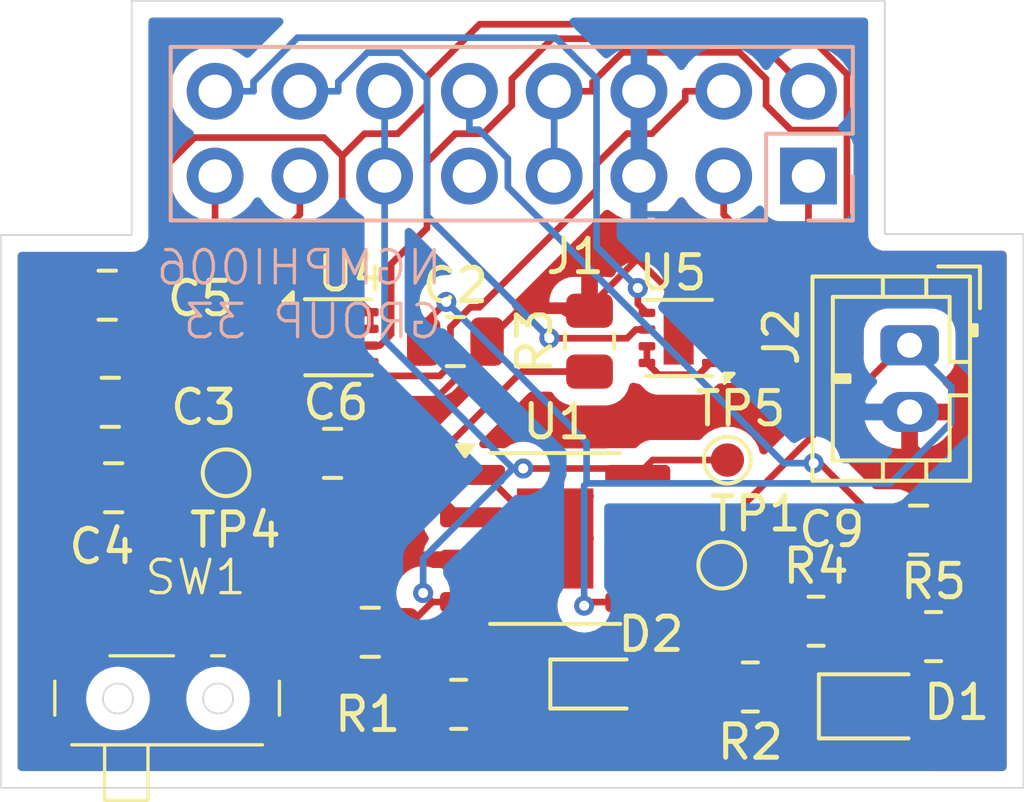
<source format=kicad_pcb>
(kicad_pcb (version 20240108) (generator "pcbnew") (generator_version "8.0")
  (layers (0 "F.Cu" signal) (31 "B.Cu" signal) (34 "B.Paste" user) (35 "F.Paste" user) (36 "B.SilkS" user "B.Silkscreen") (37 "F.SilkS" user "F.Silkscreen") (38 "B.Mask" user) (39 "F.Mask" user) (44 "Edge.Cuts" user))
  (net 0 "")
  (net 1 "+5V")
  (net 2 "B+")
  (net 3 "Net-(D1-K)")
  (net 4 "Net-(D2-K)")
  (net 5 "M2_PWM4")
  (net 6 "M2_PWM3")
  (net 7 "M1_A")
  (net 8 "M2_B")
  (net 9 "M1_PWM2")
  (net 10 "BATT_ADC")
  (net 11 "BATT")
  (net 12 "M2_A")
  (net 13 "M1_B")
  (net 14 "M1_PWM1")
  (net 15 "Net-(U1-~{STDBY})")
  (net 16 "Net-(U1-~{CHRG})")
  (net 17 "Net-(U1-PROG)")
  (net 19 "GND")
  (footprint "TestPoint:TestPoint_Pad_D1.0mm" (layer "F.Cu") (at 195.9 58.41)
    (property "Reference" "TP5" (at 0.38 -1.54 0) (layer "F.SilkS"))
    (property "Value" "+5V")
    (fp_circle (center 0 0) (end 0 0.7) (stroke (width 0.12)) (fill none) (layer "F.SilkS"))
    (pad "1" smd circle (at 0 0) (size 1 1) (layers "F.Cu" "F.Mask") (net 1 "+5V"))
  )
  (footprint "Capacitor_SMD:C_0805_2012Metric" (layer "F.Cu") (at 177.32 53.47)
    (property "Reference" "C5" (at 2.79 0.1 0) (layer "F.SilkS"))
    (property "Value" "100nF" (hide yes))
    (fp_line (start -0.261252 -0.735) (end 0.261252 -0.735) (stroke (width 0.12)) (layer "F.SilkS"))
    (fp_line (start -0.261252 0.735) (end 0.261252 0.735) (stroke (width 0.12)) (layer "F.SilkS"))
    (pad "1" smd roundrect (at -0.95 0) (size 1 1.45) (layers "F.Cu" "F.Paste" "F.Mask") (net 11 "BATT"))
    (pad "2" smd roundrect (at 0.95 0) (size 1 1.45) (layers "F.Cu" "F.Paste" "F.Mask") (net 19 "GND"))
  )
  (footprint "TestPoint:TestPoint_Pad_D1.0mm" (layer "F.Cu") (at 180.88 58.79)
    (property "Reference" "TP4" (at 0.28 1.72 0) (layer "F.SilkS"))
    (property "Value" "BATT")
    (fp_circle (center 0 0) (end 0 0.7) (stroke (width 0.12)) (fill none) (layer "F.SilkS"))
    (pad "1" smd circle (at 0 0) (size 1 1) (layers "F.Cu" "F.Mask") (net 11 "BATT"))
  )
  (footprint "Capacitor_SMD:C_0805_2012Metric" (layer "F.Cu") (at 177.51 59.24)
    (property "Reference" "C4" (at -0.35 1.76 0) (layer "F.SilkS"))
    (property "Value" "100nF")
    (fp_line (start -0.261252 -0.735) (end 0.261252 -0.735) (stroke (width 0.12)) (layer "F.SilkS"))
    (fp_line (start -0.261252 0.735) (end 0.261252 0.735) (stroke (width 0.12)) (layer "F.SilkS"))
    (pad "1" smd roundrect (at -0.95 0) (size 1 1.45) (layers "F.Cu" "F.Paste" "F.Mask") (net 11 "BATT"))
    (pad "2" smd roundrect (at 0.95 0) (size 1 1.45) (layers "F.Cu" "F.Paste" "F.Mask") (net 19 "GND"))
  )
  (footprint "Resistor_SMD:R_0805_2012Metric" (layer "F.Cu") (at 198.5575 63.24)
    (property "Reference" "R4" (at 0 -1.65 0) (layer "F.SilkS"))
    (property "Value" "100k")
    (fp_line (start -0.227064 -0.735) (end 0.227064 -0.735) (stroke (width 0.12)) (layer "F.SilkS"))
    (fp_line (start -0.227064 0.735) (end 0.227064 0.735) (stroke (width 0.12)) (layer "F.SilkS"))
    (pad "1" smd roundrect (at -0.9125 0) (size 1.025 1.4) (layers "F.Cu" "F.Paste" "F.Mask") (roundrect_rratio 0.243902439) (net 2 "B+"))
    (pad "2" smd roundrect (at 0.9125 0) (size 1.025 1.4) (layers "F.Cu" "F.Paste" "F.Mask") (roundrect_rratio 0.243902439) (net 10 "BATT_ADC"))
  )
  (footprint "Package_SON:WSON-8-1EP_2x2mm_P0.5mm_EP0.9x1.6mm" (layer "F.Cu") (at 194.44 54.75 180)
    (property "Reference" "U5" (at 0.17 1.95 180) (layer "F.SilkS"))
    (property "Value" "DRV8837")
    (fp_line (start -1 1.14) (end 1 1.14) (stroke (width 0.12)) (layer "F.SilkS"))
    (fp_line (start -1.01 -1.14) (end 0.99 -1.14) (stroke (width 0.12)) (layer "F.SilkS"))
    (fp_poly (pts (xy -1.37 -1.07) (xy -1.65 -1.07) (xy -1.37 -1.35) (xy -1.37 -1.07)) (stroke (width 0.12)) (fill solid) (layer "F.SilkS"))
    (pad "1" smd roundrect (at -0.95 -0.75 180) (size 0.5 0.25) (layers "F.Cu" "F.Paste" "F.Mask") (net 11 "BATT"))
    (pad "2" smd roundrect (at -0.95 -0.25 180) (size 0.5 0.25) (layers "F.Cu" "F.Paste" "F.Mask") (net 12 "M2_A"))
    (pad "3" smd roundrect (at -0.95 0.25 180) (size 0.5 0.25) (layers "F.Cu" "F.Paste" "F.Mask") (net 8 "M2_B"))
    (pad "4" smd roundrect (at -0.95 0.75 180) (size 0.5 0.25) (layers "F.Cu" "F.Paste" "F.Mask") (net 19 "GND"))
    (pad "5" smd roundrect (at 0.95 0.75 180) (size 0.5 0.25) (layers "F.Cu" "F.Paste" "F.Mask") (net 5 "M2_PWM4"))
    (pad "6" smd roundrect (at 0.95 0.25 180) (size 0.5 0.25) (layers "F.Cu" "F.Paste" "F.Mask") (net 6 "M2_PWM3"))
    (pad "7" smd roundrect (at 0.95 -0.25 180) (size 0.5 0.25) (layers "F.Cu" "F.Paste" "F.Mask") (net 11 "BATT"))
    (pad "8" smd roundrect (at 0.95 -0.75 180) (size 0.5 0.25) (layers "F.Cu" "F.Paste" "F.Mask") (net 11 "BATT"))
    (pad "9" smd rect (at 0 0 180) (size 0.9 1.6) (layers "F.Cu" "F.Mask") (net 19 "GND"))
  )
  (footprint "LED_SMD:LED_0805_2012Metric" (layer "F.Cu") (at 200.3275 65.79)
    (property "Reference" "D1" (at 2.4425 -0.12 0) (layer "F.SilkS"))
    (property "Value" "RED")
    (fp_line (start -1.685 -0.96) (end -1.685 0.96) (stroke (width 0.12)) (layer "F.SilkS"))
    (fp_line (start -1.685 0.96) (end 1 0.96) (stroke (width 0.12)) (layer "F.SilkS"))
    (fp_line (start 1 -0.96) (end -1.685 -0.96) (stroke (width 0.12)) (layer "F.SilkS"))
    (pad "1" smd roundrect (at -0.9375 0) (size 0.975 1.4) (layers "F.Cu" "F.Paste" "F.Mask") (net 3 "Net-(D1-K)"))
    (pad "2" smd roundrect (at 0.9375 0) (size 0.975 1.4) (layers "F.Cu" "F.Paste" "F.Mask") (net 1 "+5V"))
  )
  (footprint "Connector_JST:JST_PH_B2B-PH-K_1x02_P2.00mm_Vertical" (layer "F.Cu") (at 201.36 54.97 -90)
    (property "Reference" "J2" (at -0.26 3.84 -90) (layer "F.SilkS"))
    (property "Value" "Conn_01x02_Pin")
    (fp_line (start -2.06 2.91) (end 4.06 2.91) (stroke (width 0.12)) (layer "F.SilkS"))
    (fp_line (start 4.06 2.91) (end 4.06 -1.81) (stroke (width 0.12)) (layer "F.SilkS"))
    (fp_line (start -1.45 2.3) (end 3.45 2.3) (stroke (width 0.12)) (layer "F.SilkS"))
    (fp_line (start 0.9 2.3) (end 0.9 1.8) (stroke (width 0.12)) (layer "F.SilkS"))
    (fp_line (start 1 2.3) (end 1 1.8) (stroke (width 0.12)) (layer "F.SilkS"))
    (fp_line (start 3.45 2.3) (end 3.45 -1.2) (stroke (width 0.12)) (layer "F.SilkS"))
    (fp_line (start 0.9 1.8) (end 1.1 1.8) (stroke (width 0.12)) (layer "F.SilkS"))
    (fp_line (start 1.1 1.8) (end 1.1 2.3) (stroke (width 0.12)) (layer "F.SilkS"))
    (fp_line (start -2.06 0.8) (end -1.45 0.8) (stroke (width 0.12)) (layer "F.SilkS"))
    (fp_line (start 4.06 0.8) (end 3.45 0.8) (stroke (width 0.12)) (layer "F.SilkS"))
    (fp_line (start -2.06 -0.5) (end -1.45 -0.5) (stroke (width 0.12)) (layer "F.SilkS"))
    (fp_line (start 4.06 -0.5) (end 3.45 -0.5) (stroke (width 0.12)) (layer "F.SilkS"))
    (fp_line (start -1.45 -1.2) (end -1.45 2.3) (stroke (width 0.12)) (layer "F.SilkS"))
    (fp_line (start 0.5 -1.2) (end -1.45 -1.2) (stroke (width 0.12)) (layer "F.SilkS"))
    (fp_line (start 1.5 -1.2) (end 1.5 -1.81) (stroke (width 0.12)) (layer "F.SilkS"))
    (fp_line (start 3.45 -1.2) (end 1.5 -1.2) (stroke (width 0.12)) (layer "F.SilkS"))
    (fp_line (start -2.06 -1.81) (end -2.06 2.91) (stroke (width 0.12)) (layer "F.SilkS"))
    (fp_line (start -0.3 -1.81) (end -0.3 -2.01) (stroke (width 0.12)) (layer "F.SilkS"))
    (fp_line (start 0.5 -1.81) (end 0.5 -1.2) (stroke (width 0.12)) (layer "F.SilkS"))
    (fp_line (start 4.06 -1.81) (end -2.06 -1.81) (stroke (width 0.12)) (layer "F.SilkS"))
    (fp_line (start -0.3 -1.91) (end -0.6 -1.91) (stroke (width 0.12)) (layer "F.SilkS"))
    (fp_line (start -0.6 -2.01) (end -0.6 -1.81) (stroke (width 0.12)) (layer "F.SilkS"))
    (fp_line (start -0.3 -2.01) (end -0.6 -2.01) (stroke (width 0.12)) (layer "F.SilkS"))
    (fp_line (start -2.36 -2.11) (end -2.36 -0.86) (stroke (width 0.12)) (layer "F.SilkS"))
    (fp_line (start -1.11 -2.11) (end -2.36 -2.11) (stroke (width 0.12)) (layer "F.SilkS"))
    (pad "1" thru_hole roundrect (at 0 0 270) (size 1.2 1.75) (drill 0.75) (layers "*.Cu" "*.Mask") (roundrect_rratio 0.2083333333) (net 2 "B+"))
    (pad "2" thru_hole oval (at 2 0 270) (size 1.2 1.75) (drill 0.75) (layers "*.Cu" "*.Mask") (net 19 "GND"))
  )
  (footprint "Resistor_SMD:R_0805_2012Metric" (layer "F.Cu") (at 191.77 54.8475 90)
    (property "Reference" "R3" (at 0 -1.65 90) (layer "F.SilkS"))
    (property "Value" "3k")
    (fp_line (start -0.227064 -0.735) (end 0.227064 -0.735) (stroke (width 0.12)) (layer "F.SilkS"))
    (fp_line (start -0.227064 0.735) (end 0.227064 0.735) (stroke (width 0.12)) (layer "F.SilkS"))
    (pad "1" smd roundrect (at -0.9125 0 90) (size 1.025 1.4) (layers "F.Cu" "F.Paste" "F.Mask") (roundrect_rratio 0.243902439) (net 17 "Net-(U1-PROG)"))
    (pad "2" smd roundrect (at 0.9125 0 90) (size 1.025 1.4) (layers "F.Cu" "F.Paste" "F.Mask") (roundrect_rratio 0.243902439) (net 19 "GND"))
  )
  (footprint "Capacitor_SMD:C_0805_2012Metric" (layer "F.Cu") (at 187.75 54.86)
    (property "Reference" "C2" (at 0 -1.68 0) (layer "F.SilkS"))
    (property "Value" "10uF")
    (fp_line (start -0.261252 -0.735) (end 0.261252 -0.735) (stroke (width 0.12)) (layer "F.SilkS"))
    (fp_line (start -0.261252 0.735) (end 0.261252 0.735) (stroke (width 0.12)) (layer "F.SilkS"))
    (pad "1" smd roundrect (at -0.95 0) (size 1 1.45) (layers "F.Cu" "F.Paste" "F.Mask") (net 2 "B+"))
    (pad "2" smd roundrect (at 0.95 0) (size 1 1.45) (layers "F.Cu" "F.Paste" "F.Mask") (net 19 "GND"))
  )
  (footprint "Capacitor_SMD:C_0805_2012Metric" (layer "F.Cu") (at 177.41 56.68)
    (property "Reference" "C3" (at 2.8 0.15 0) (layer "F.SilkS"))
    (property "Value" "100nF" (hide yes))
    (fp_line (start -0.261252 -0.735) (end 0.261252 -0.735) (stroke (width 0.12)) (layer "F.SilkS"))
    (fp_line (start -0.261252 0.735) (end 0.261252 0.735) (stroke (width 0.12)) (layer "F.SilkS"))
    (pad "1" smd roundrect (at -0.95 0) (size 1 1.45) (layers "F.Cu" "F.Paste" "F.Mask") (net 11 "BATT"))
    (pad "2" smd roundrect (at 0.95 0) (size 1 1.45) (layers "F.Cu" "F.Paste" "F.Mask") (net 19 "GND"))
  )
  (footprint "Capacitor_SMD:C_0805_2012Metric" (layer "F.Cu") (at 201.63 60.51)
    (property "Reference" "C9" (at -2.6 -0.02 0) (layer "F.SilkS"))
    (property "Value" "1nF" (hide yes))
    (fp_line (start -0.261252 -0.735) (end 0.261252 -0.735) (stroke (width 0.12)) (layer "F.SilkS"))
    (fp_line (start -0.261252 0.735) (end 0.261252 0.735) (stroke (width 0.12)) (layer "F.SilkS"))
    (pad "1" smd roundrect (at -0.95 0) (size 1 1.45) (layers "F.Cu" "F.Paste" "F.Mask") (net 10 "BATT_ADC"))
    (pad "2" smd roundrect (at 0.95 0) (size 1 1.45) (layers "F.Cu" "F.Paste" "F.Mask") (net 19 "GND"))
  )
  (footprint "TestPoint:TestPoint_Pad_D1.0mm" (layer "F.Cu") (at 195.73 61.56)
    (property "Reference" "TP1" (at 1.01 -1.54 0) (layer "F.SilkS"))
    (property "Value" "B+")
    (fp_circle (center 0 0) (end 0 0.7) (stroke (width 0.12)) (fill none) (layer "F.SilkS"))
    (pad "1" smd circle (at 0 0) (size 1 1) (layers "F.Cu" "F.Mask") (net 2 "B+"))
  )
  (footprint "Resistor_SMD:R_0805_2012Metric" (layer "F.Cu") (at 187.8475 65.73 180)
    (property "Reference" "R1" (at 2.7275 -0.3 180) (layer "F.SilkS"))
    (property "Value" "1k")
    (fp_line (start -0.227064 0.735) (end 0.227064 0.735) (stroke (width 0.12)) (layer "F.SilkS"))
    (fp_line (start -0.227064 -0.735) (end 0.227064 -0.735) (stroke (width 0.12)) (layer "F.SilkS"))
    (pad "1" smd roundrect (at -0.9125 0 180) (size 1.025 1.4) (layers "F.Cu" "F.Paste" "F.Mask") (roundrect_rratio 0.243902439) (net 4 "Net-(D2-K)"))
    (pad "2" smd roundrect (at 0.9125 0 180) (size 1.025 1.4) (layers "F.Cu" "F.Paste" "F.Mask") (roundrect_rratio 0.243902439) (net 15 "Net-(U1-~{STDBY})"))
  )
  (footprint "Package_SON:WSON-8-1EP_2x2mm_P0.5mm_EP0.9x1.6mm" (layer "F.Cu") (at 184.25 54.73)
    (property "Reference" "U4" (at 0.38 -1.9 0) (layer "F.SilkS"))
    (property "Value" "DRV8837")
    (fp_line (start -1.01 -1.14) (end 0.99 -1.14) (stroke (width 0.12)) (layer "F.SilkS"))
    (fp_line (start -1 1.14) (end 1 1.14) (stroke (width 0.12)) (layer "F.SilkS"))
    (fp_poly (pts (xy -1.37 -1.07) (xy -1.65 -1.07) (xy -1.37 -1.35) (xy -1.37 -1.07)) (stroke (width 0.12)) (fill solid) (layer "F.SilkS"))
    (pad "1" smd roundrect (at -0.95 -0.75) (size 0.5 0.25) (layers "F.Cu" "F.Paste" "F.Mask") (net 11 "BATT"))
    (pad "2" smd roundrect (at -0.95 -0.25) (size 0.5 0.25) (layers "F.Cu" "F.Paste" "F.Mask") (net 7 "M1_A"))
    (pad "3" smd roundrect (at -0.95 0.25) (size 0.5 0.25) (layers "F.Cu" "F.Paste" "F.Mask") (net 13 "M1_B"))
    (pad "4" smd roundrect (at -0.95 0.75) (size 0.5 0.25) (layers "F.Cu" "F.Paste" "F.Mask") (net 19 "GND"))
    (pad "5" smd roundrect (at 0.95 0.75) (size 0.5 0.25) (layers "F.Cu" "F.Paste" "F.Mask") (net 9 "M1_PWM2"))
    (pad "6" smd roundrect (at 0.95 0.25) (size 0.5 0.25) (layers "F.Cu" "F.Paste" "F.Mask") (net 14 "M1_PWM1"))
    (pad "7" smd roundrect (at 0.95 -0.25) (size 0.5 0.25) (layers "F.Cu" "F.Paste" "F.Mask") (net 11 "BATT"))
    (pad "8" smd roundrect (at 0.95 -0.75) (size 0.5 0.25) (layers "F.Cu" "F.Paste" "F.Mask") (net 11 "BATT"))
    (pad "9" smd rect (at 0 0) (size 0.9 1.6) (layers "F.Cu" "F.Mask") (net 19 "GND"))
  )
  (footprint "Resistor_SMD:R_0805_2012Metric" (layer "F.Cu") (at 196.5875 65.21 180)
    (property "Reference" "R2" (at 0 -1.65 180) (layer "F.SilkS"))
    (property "Value" "1k")
    (fp_line (start -0.227064 0.735) (end 0.227064 0.735) (stroke (width 0.12)) (layer "F.SilkS"))
    (fp_line (start -0.227064 -0.735) (end 0.227064 -0.735) (stroke (width 0.12)) (layer "F.SilkS"))
    (pad "1" smd roundrect (at -0.9125 0 180) (size 1.025 1.4) (layers "F.Cu" "F.Paste" "F.Mask") (roundrect_rratio 0.243902439) (net 3 "Net-(D1-K)"))
    (pad "2" smd roundrect (at 0.9125 0 180) (size 1.025 1.4) (layers "F.Cu" "F.Paste" "F.Mask") (roundrect_rratio 0.243902439) (net 16 "Net-(U1-~{CHRG})"))
  )
  (footprint "Capacitor_SMD:C_0805_2012Metric" (layer "F.Cu") (at 185.2 63.57 180)
    (property "Reference" "C1" (hide yes))
    (property "Value" "10uF" (hide yes))
    (fp_line (start -0.261252 0.735) (end 0.261252 0.735) (stroke (width 0.12)) (layer "F.SilkS"))
    (fp_line (start -0.261252 -0.735) (end 0.261252 -0.735) (stroke (width 0.12)) (layer "F.SilkS"))
    (pad "1" smd roundrect (at -0.95 0 180) (size 1 1.45) (layers "F.Cu" "F.Paste" "F.Mask") (net 1 "+5V"))
    (pad "2" smd roundrect (at 0.95 0 180) (size 1 1.45) (layers "F.Cu" "F.Paste" "F.Mask") (net 19 "GND"))
  )
  (footprint "Resistor_SMD:R_0805_2012Metric" (layer "F.Cu") (at 202.0775 63.7)
    (property "Reference" "R5" (at 0 -1.65 0) (layer "F.SilkS"))
    (property "Value" "100k")
    (fp_line (start -0.227064 -0.735) (end 0.227064 -0.735) (stroke (width 0.12)) (layer "F.SilkS"))
    (fp_line (start -0.227064 0.735) (end 0.227064 0.735) (stroke (width 0.12)) (layer "F.SilkS"))
    (pad "1" smd roundrect (at -0.9125 0) (size 1.025 1.4) (layers "F.Cu" "F.Paste" "F.Mask") (roundrect_rratio 0.243902439) (net 10 "BATT_ADC"))
    (pad "2" smd roundrect (at 0.9125 0) (size 1.025 1.4) (layers "F.Cu" "F.Paste" "F.Mask") (roundrect_rratio 0.243902439) (net 19 "GND"))
  )
  (footprint "SPDT:mySwitch" (layer "F.Cu") (at 181.97 58.4337)
    (property "Reference" "SW1" (at -2.005 3.492 0) (layer "F.SilkS") (effects (font (thickness 0.1))))
    (property "Value" "SW_SPDT_312")
    (fp_line (start -6.223 7.62) (end -6.223 6.604) (stroke (width 0.1)) (layer "F.SilkS"))
    (fp_line (start -4.73 10.1725) (end -4.73 8.5725) (stroke (width 0.1)) (layer "F.SilkS"))
    (fp_line (start -4.73 10.1725) (end -3.43 10.1725) (stroke (width 0.1)) (layer "F.SilkS"))
    (fp_line (start -4.572 5.842) (end -2.667 5.842) (stroke (width 0.1)) (layer "F.SilkS"))
    (fp_line (start -3.43 10.1725) (end -3.43 8.509) (stroke (width 0.1)) (layer "F.SilkS"))
    (fp_line (start -1.524 5.842) (end -1.143 5.842) (stroke (width 0.1)) (layer "F.SilkS"))
    (fp_line (start 0 8.509) (end -5.715 8.509) (stroke (width 0.1)) (layer "F.SilkS"))
    (fp_line (start 0.508 6.604) (end 0.508 7.62) (stroke (width 0.1)) (layer "F.SilkS"))
    (fp_circle (center -4.33 7.122) (end -3.88 7.122) (stroke (width 0.05)) (fill none) (layer "Edge.Cuts"))
    (fp_circle (center -1.33 7.122) (end -0.88 7.122) (stroke (width 0.05)) (fill none) (layer "Edge.Cuts"))
    (pad "1" smd rect (at -5.08 5.08) (size 0.9 1.4) (layers "F.Cu" "F.Paste" "F.Mask") (net 2 "B+"))
    (pad "2" smd rect (at -2.08 5.08) (size 0.9 1.4) (layers "F.Cu" "F.Paste" "F.Mask"))
    (pad "3" smd rect (at -0.58 5.08) (size 0.9 1.4) (layers "F.Cu" "F.Paste" "F.Mask") (net 11 "BATT"))
    (pad "4" smd rect (at -6.205 6.047) (size 0.75 0.85) (layers "F.Cu" "F.Paste" "F.Mask"))
    (pad "5" smd rect (at -6.205 8.197) (size 0.75 0.85) (layers "F.Cu" "F.Paste" "F.Mask"))
    (pad "6" smd rect (at 0.545 6.047) (size 0.75 0.85) (layers "F.Cu" "F.Paste" "F.Mask"))
    (pad "7" smd rect (at 0.545 8.172) (size 0.75 0.85) (layers "F.Cu" "F.Paste" "F.Mask"))
  )
  (footprint "Capacitor_SMD:C_0805_2012Metric" (layer "F.Cu") (at 184.07 58.21)
    (property "Reference" "C6" (at 0.1 -1.525 0) (layer "F.SilkS"))
    (property "Value" "100nF")
    (fp_line (start -0.261252 -0.735) (end 0.261252 -0.735) (stroke (width 0.12)) (layer "F.SilkS"))
    (fp_line (start -0.261252 0.735) (end 0.261252 0.735) (stroke (width 0.12)) (layer "F.SilkS"))
    (pad "1" smd roundrect (at -0.95 0) (size 1 1.45) (layers "F.Cu" "F.Paste" "F.Mask") (net 11 "BATT"))
    (pad "2" smd roundrect (at 0.95 0) (size 1 1.45) (layers "F.Cu" "F.Paste" "F.Mask") (net 19 "GND"))
  )
  (footprint "Package_SO:SOIC-8-1EP_3.9x4.9mm_P1.27mm_EP2.29x3mm" (layer "F.Cu") (at 190.74 60.76)
    (property "Reference" "U1" (at 0.045 -3.5 0) (layer "F.SilkS"))
    (property "Value" "TP4056" (hide yes))
    (fp_line (start 0 -2.56) (end -1.95 -2.56) (stroke (width 0.12)) (layer "F.SilkS"))
    (fp_line (start 0 -2.56) (end 1.95 -2.56) (stroke (width 0.12)) (layer "F.SilkS"))
    (fp_line (start 0 2.56) (end -1.95 2.56) (stroke (width 0.12)) (layer "F.SilkS"))
    (fp_line (start 0 2.56) (end 1.95 2.56) (stroke (width 0.12)) (layer "F.SilkS"))
    (fp_poly (pts (xy -2.7 -2.465) (xy -2.94 -2.795) (xy -2.46 -2.795) (xy -2.7 -2.465)) (stroke (width 0.12)) (fill solid) (layer "F.SilkS"))
    (pad "1" smd roundrect (at -2.475 -1.905) (size 1.95 0.6) (layers "F.Cu" "F.Paste" "F.Mask") (net 19 "GND"))
    (pad "2" smd roundrect (at -2.475 -0.635) (size 1.95 0.6) (layers "F.Cu" "F.Paste" "F.Mask") (net 17 "Net-(U1-PROG)"))
    (pad "3" smd roundrect (at -2.475 0.635) (size 1.95 0.6) (layers "F.Cu" "F.Paste" "F.Mask") (net 19 "GND"))
    (pad "4" smd roundrect (at -2.475 1.905) (size 1.95 0.6) (layers "F.Cu" "F.Paste" "F.Mask") (net 1 "+5V"))
    (pad "5" smd roundrect (at 2.475 1.905) (size 1.95 0.6) (layers "F.Cu" "F.Paste" "F.Mask") (net 2 "B+"))
    (pad "6" smd roundrect (at 2.475 0.635) (size 1.95 0.6) (layers "F.Cu" "F.Paste" "F.Mask") (net 15 "Net-(U1-~{STDBY})"))
    (pad "7" smd roundrect (at 2.475 -0.635) (size 1.95 0.6) (layers "F.Cu" "F.Paste" "F.Mask") (net 16 "Net-(U1-~{CHRG})"))
    (pad "8" smd roundrect (at 2.475 -1.905) (size 1.95 0.6) (layers "F.Cu" "F.Paste" "F.Mask") (net 1 "+5V"))
    (pad "9" smd rect (at 0 0) (size 2.29 3) (property pad_prop_heatsink) (layers "F.Cu" "F.Mask") (net 19 "GND"))
  )
  (footprint "LED_SMD:LED_0603_1608Metric" (layer "F.Cu") (at 192.08 65.12)
    (property "Reference" "D2" (at 1.53 -1.49 0) (layer "F.SilkS"))
    (property "Value" "WHITE")
    (fp_line (start -1.485 -0.735) (end -1.485 0.735) (stroke (width 0.12)) (layer "F.SilkS"))
    (fp_line (start -1.485 0.735) (end 0.8 0.735) (stroke (width 0.12)) (layer "F.SilkS"))
    (fp_line (start 0.8 -0.735) (end -1.485 -0.735) (stroke (width 0.12)) (layer "F.SilkS"))
    (pad "1" smd roundrect (at -0.7875 0) (size 0.875 0.95) (layers "F.Cu" "F.Paste" "F.Mask") (net 4 "Net-(D2-K)"))
    (pad "2" smd roundrect (at 0.7875 0) (size 0.875 0.95) (layers "F.Cu" "F.Paste" "F.Mask") (net 1 "+5V"))
  )
  (footprint "Connector_PinHeader_2.54mm:PinHeader_2x08_P2.54mm_Vertical" (layer "B.Cu") (at 198.33 49.9 90)
    (property "Reference" "J1" (at -2.41 -6.99 180) (layer "F.SilkS"))
    (property "Value" "Conn_02x08_Odd_Even" (hide yes))
    (fp_line (start 3.87 -19.11) (end -1.33 -19.11) (stroke (width 0.12)) (layer "B.SilkS"))
    (fp_line (start 3.87 -19.11) (end 3.87 1.33) (stroke (width 0.12)) (layer "B.SilkS"))
    (fp_line (start -1.33 -19.11) (end -1.33 -1.27) (stroke (width 0.12)) (layer "B.SilkS"))
    (fp_line (start 1.27 -1.27) (end -1.33 -1.27) (stroke (width 0.12)) (layer "B.SilkS"))
    (fp_line (start 3.87 1.33) (end 1.27 1.33) (stroke (width 0.12)) (layer "B.SilkS"))
    (fp_line (start 1.27 1.33) (end 1.27 -1.27) (stroke (width 0.12)) (layer "B.SilkS"))
    (fp_line (start 0 1.33) (end -1.33 1.33) (stroke (width 0.12)) (layer "B.SilkS"))
    (fp_line (start -1.33 1.33) (end -1.33 0) (stroke (width 0.12)) (layer "B.SilkS"))
    (pad "1" thru_hole rect (at 0 0 90) (size 1.7 1.7) (drill 1) (layers "*.Cu" "*.Mask") (net 12 "M2_A"))
    (pad "2" thru_hole oval (at 2.54 0 90) (size 1.7 1.7) (drill 1) (layers "*.Cu" "*.Mask") (net 14 "M1_PWM1"))
    (pad "3" thru_hole oval (at 0 -2.54 90) (size 1.7 1.7) (drill 1) (layers "*.Cu" "*.Mask") (net 8 "M2_B"))
    (pad "4" thru_hole oval (at 2.54 -2.54 90) (size 1.7 1.7) (drill 1) (layers "*.Cu" "*.Mask") (net 9 "M1_PWM2"))
    (pad "5" thru_hole oval (at 0 -5.08 90) (size 1.7 1.7) (drill 1) (layers "*.Cu" "*.Mask") (net 19 "GND"))
    (pad "6" thru_hole oval (at 2.54 -5.08 90) (size 1.7 1.7) (drill 1) (layers "*.Cu" "*.Mask") (net 19 "GND"))
    (pad "7" thru_hole oval (at 0 -7.62 90) (size 1.7 1.7) (drill 1) (layers "*.Cu" "*.Mask") (net 11 "BATT"))
    (pad "8" thru_hole oval (at 2.54 -7.62 90) (size 1.7 1.7) (drill 1) (layers "*.Cu" "*.Mask") (net 11 "BATT"))
    (pad "9" thru_hole oval (at 0 -10.16 90) (size 1.7 1.7) (drill 1) (layers "*.Cu" "*.Mask"))
    (pad "10" thru_hole oval (at 2.54 -10.16 90) (size 1.7 1.7) (drill 1) (layers "*.Cu" "*.Mask") (net 10 "BATT_ADC"))
    (pad "11" thru_hole oval (at 0 -12.7 90) (size 1.7 1.7) (drill 1) (layers "*.Cu" "*.Mask") (net 1 "+5V"))
    (pad "12" thru_hole oval (at 2.54 -12.7 90) (size 1.7 1.7) (drill 1) (layers "*.Cu" "*.Mask") (net 1 "+5V"))
    (pad "13" thru_hole oval (at 0 -15.24 90) (size 1.7 1.7) (drill 1) (layers "*.Cu" "*.Mask") (net 7 "M1_A"))
    (pad "14" thru_hole oval (at 2.54 -15.24 90) (size 1.7 1.7) (drill 1) (layers "*.Cu" "*.Mask") (net 6 "M2_PWM3"))
    (pad "15" thru_hole oval (at 0 -17.78 90) (size 1.7 1.7) (drill 1) (layers "*.Cu" "*.Mask") (net 13 "M1_B"))
    (pad "16" thru_hole oval (at 2.54 -17.78 90) (size 1.7 1.7) (drill 1) (layers "*.Cu" "*.Mask") (net 5 "M2_PWM4"))
  )
  (gr_line (start 200.62 44.65) (end 200.62 51.64) (stroke (width 0.05)) (layer "Edge.Cuts"))
  (gr_line (start 204.77 51.64) (end 204.77 68.23) (stroke (width 0.05)) (layer "Edge.Cuts"))
  (gr_line (start 178.05 51.67) (end 174.13 51.67) (stroke (width 0.05)) (layer "Edge.Cuts"))
  (gr_line (start 204.77 68.23) (end 174.13 68.23) (stroke (width 0.05)) (layer "Edge.Cuts"))
  (gr_line (start 178.05 44.65) (end 200.62 44.65) (stroke (width 0.05)) (layer "Edge.Cuts"))
  (gr_line (start 174.13 68.23) (end 174.13 51.67) (stroke (width 0.05)) (layer "Edge.Cuts"))
  (gr_line (start 178.05 44.65) (end 178.05 51.67) (stroke (width 0.05)) (layer "Edge.Cuts"))
  (gr_line (start 200.62 51.64) (end 204.77 51.64) (stroke (width 0.05)) (layer "Edge.Cuts"))
  (gr_text "NGMPHI006\nGROUP 33" (at 187.42 54.84 0) (layer "B.SilkS") (effects (font (size 1 1) (thickness 0.1)) (justify left bottom mirror)))
  (segment (start 186.4674 66.7607) (end 191.2268 66.7607) (width 0.2) (layer "F.Cu") (net 1))
  (segment (start 191.2268 66.7607) (end 192.8675 65.12) (width 0.2) (layer "F.Cu") (net 1))
  (segment (start 187.055 62.665) (end 186.15 63.57) (width 0.2) (layer "F.Cu") (net 1))
  (segment (start 194.5426 66.7951) (end 200.2599 66.7951) (width 0.2) (layer "F.Cu") (net 1))
  (segment (start 193.215 58.855) (end 193.0228 58.6628) (width 0.2) (layer "F.Cu") (net 1))
  (segment (start 193.66 58.41) (end 195.9 58.41) (width 0.2) (layer "F.Cu") (net 1))
  (segment (start 192.8675 65.12) (end 194.5426 66.7951) (width 0.2) (layer "F.Cu") (net 1))
  (segment (start 193.215 58.855) (end 193.66 58.41) (width 0.2) (layer "F.Cu") (net 1))
  (segment (start 186.15 63.57) (end 186.0997 63.6203) (width 0.2) (layer "F.Cu") (net 1))
  (segment (start 186.7841 62.3941) (end 187.055 62.665) (width 0.2) (layer "F.Cu") (net 1))
  (segment (start 186.0997 63.6203) (end 186.0997 66.393) (width 0.2) (layer "F.Cu") (net 1))
  (segment (start 188.265 62.665) (end 187.055 62.665) (width 0.2) (layer "F.Cu") (net 1))
  (segment (start 200.2599 66.7951) (end 201.265 65.79) (width 0.2) (layer "F.Cu") (net 1))
  (segment (start 193.0228 58.6628) (end 189.7825 58.6628) (width 0.2) (layer "F.Cu") (net 1))
  (segment (start 186.0997 66.393) (end 186.4674 66.7607) (width 0.2) (layer "F.Cu") (net 1))
  (via (at 186.7841 62.3941) (size 0.6) (drill 0.3) (layers "F.Cu" "B.Cu") (net 1))
  (via (at 189.7825 58.6628) (size 0.6) (drill 0.3) (layers "F.Cu" "B.Cu") (net 1))
  (segment (start 185.63 49.9) (end 185.63 54.8171) (width 0.2) (layer "B.Cu") (net 1))
  (segment (start 189.4757 58.6628) (end 189.7825 58.6628) (width 0.2) (layer "B.Cu") (net 1))
  (segment (start 185.63 47.36) (end 185.63 49.9) (width 0.2) (layer "B.Cu") (net 1))
  (segment (start 186.7841 61.3544) (end 186.7841 62.3941) (width 0.2) (layer "B.Cu") (net 1))
  (segment (start 189.4757 58.6628) (end 186.7841 61.3544) (width 0.2) (layer "B.Cu") (net 1))
  (segment (start 185.63 54.8171) (end 189.4757 58.6628) (width 0.2) (layer "B.Cu") (net 1))
  (segment (start 202.1106 65.1357) (end 201.72 64.7451) (width 0.2) (layer "F.Cu") (net 2))
  (segment (start 178.24 64.34) (end 179.14 65.24) (width 0.2) (layer "F.Cu") (net 2))
  (segment (start 191.7177 62.665) (end 191.6086 62.7741) (width 0.2) (layer "F.Cu") (net 2))
  (segment (start 201.1658 54.97) (end 201.36 54.97) (width 0.2) (layer "F.Cu") (net 2))
  (segment (start 197.41 63.24) (end 197.645 63.24) (width 0.2) (layer "F.Cu") (net 2))
  (segment (start 178.24 62.53) (end 178.24 64.34) (width 0.2) (layer "F.Cu") (net 2))
  (segment (start 193.215 62.665) (end 191.7177 62.665) (width 0.2) (layer "F.Cu") (net 2))
  (segment (start 199.1501 64.7451) (end 197.645 63.24) (width 0.2) (layer "F.Cu") (net 2))
  (segment (start 180.7112 67.3349) (end 201.1971 67.3349) (width 0.2) (layer "F.Cu") (net 2))
  (segment (start 186.8 54.86) (end 186.8 54.3469) (width 0.2) (layer "F.Cu") (net 2))
  (segment (start 201.1971 67.3349) (end 202.1106 66.4214) (width 0.2) (layer "F.Cu") (net 2))
  (segment (start 178.07 62.36) (end 178.24 62.53) (width 0.2) (layer "F.Cu") (net 2))
  (segment (start 176.89 63.5137) (end 176.89 62.54) (width 0.2) (layer "F.Cu") (net 2))
  (segment (start 179.14 65.7637) (end 180.7112 67.3349) (width 0.2) (layer "F.Cu") (net 2))
  (segment (start 202.1106 66.4214) (end 202.1106 65.1357) (width 0.2) (layer "F.Cu") (net 2))
  (segment (start 186.8 54.3469) (end 187.4766 53.6703) (width 0.2) (layer "F.Cu") (net 2))
  (segment (start 177.07 62.36) (end 178.07 62.36) (width 0.2) (layer "F.Cu") (net 2))
  (segment (start 195.73 61.56) (end 197.41 63.24) (width 0.2) (layer "F.Cu") (net 2))
  (segment (start 195.73 60.4058) (end 201.1658 54.97) (width 0.2) (layer "F.Cu") (net 2))
  (segment (start 179.14 65.24) (end 179.14 65.7637) (width 0.2) (layer "F.Cu") (net 2))
  (segment (start 176.89 62.54) (end 177.07 62.36) (width 0.2) (layer "F.Cu") (net 2))
  (segment (start 195.73 61.56) (end 195.73 60.4058) (width 0.2) (layer "F.Cu") (net 2))
  (segment (start 201.72 64.7451) (end 199.1501 64.7451) (width 0.2) (layer "F.Cu") (net 2))
  (via (at 191.6086 62.7741) (size 0.6) (drill 0.3) (layers "F.Cu" "B.Cu") (net 2))
  (via (at 187.4766 53.6703) (size 0.6) (drill 0.3) (layers "F.Cu" "B.Cu") (net 2))
  (segment (start 191.6086 59.1809) (end 191.6086 62.7741) (width 0.2) (layer "B.Cu") (net 2))
  (segment (start 191.6811 59.1084) (end 200.7848 59.1084) (width 0.2) (layer "B.Cu") (net 2))
  (segment (start 187.4766 53.6703) (end 191.6811 57.8748) (width 0.2) (layer "B.Cu") (net 2))
  (segment (start 200.7848 59.1084) (end 202.6107 57.2825) (width 0.2) (layer "B.Cu") (net 2))
  (segment (start 191.6811 57.8748) (end 191.6811 59.1084) (width 0.2) (layer "B.Cu") (net 2))
  (segment (start 202.6107 56.2207) (end 201.36 54.97) (width 0.2) (layer "B.Cu") (net 2))
  (segment (start 191.6811 59.1084) (end 191.6086 59.1809) (width 0.2) (layer "B.Cu") (net 2))
  (segment (start 202.6107 57.2825) (end 202.6107 56.2207) (width 0.2) (layer "B.Cu") (net 2))
  (segment (start 198.08 65.79) (end 197.5 65.21) (width 0.2) (layer "F.Cu") (net 3))
  (segment (start 199.39 65.79) (end 198.08 65.79) (width 0.2) (layer "F.Cu") (net 3))
  (segment (start 188.76 65.73) (end 190.6825 65.73) (width 0.2) (layer "F.Cu") (net 4))
  (segment (start 190.6825 65.73) (end 191.2925 65.12) (width 0.2) (layer "F.Cu") (net 4))
  (segment (start 193.2168 53.7268) (end 193.49 54) (width 0.2) (layer "F.Cu") (net 5))
  (segment (start 193.2168 53.2548) (end 193.2168 53.7268) (width 0.2) (layer "F.Cu") (net 5))
  (via (at 193.2168 53.2548) (size 0.6) (drill 0.3) (layers "F.Cu" "B.Cu") (net 5))
  (segment (start 191.98 46.9827) (end 191.98 52.018) (width 0.2) (layer "B.Cu") (net 5))
  (segment (start 181.7017 47.36) (end 181.7017 47.0721) (width 0.2) (layer "B.Cu") (net 5))
  (segment (start 190.751 45.7537) (end 191.98 46.9827) (width 0.2) (layer "B.Cu") (net 5))
  (segment (start 180.55 47.36) (end 181.7017 47.36) (width 0.2) (layer "B.Cu") (net 5))
  (segment (start 191.98 52.018) (end 193.2168 53.2548) (width 0.2) (layer "B.Cu") (net 5))
  (segment (start 181.7017 47.0721) (end 183.0201 45.7537) (width 0.2) (layer "B.Cu") (net 5))
  (segment (start 183.0201 45.7537) (end 190.751 45.7537) (width 0.2) (layer "B.Cu") (net 5))
  (segment (start 193.1565 54.5) (end 192.896 54.7605) (width 0.2) (layer "F.Cu") (net 6))
  (segment (start 192.896 54.7605) (end 190.5657 54.7605) (width 0.2) (layer "F.Cu") (net 6))
  (segment (start 193.49 54.5) (end 193.1565 54.5) (width 0.2) (layer "F.Cu") (net 6))
  (via (at 190.5657 54.7605) (size 0.6) (drill 0.3) (layers "F.Cu" "B.Cu") (net 6))
  (segment (start 186.9 51.0948) (end 190.5657 54.7605) (width 0.2) (layer "B.Cu") (net 6))
  (segment (start 185.1119 46.2019) (end 186.103 46.2019) (width 0.2) (layer "B.Cu") (net 6))
  (segment (start 184.2417 47.36) (end 184.2417 47.0721) (width 0.2) (layer "B.Cu") (net 6))
  (segment (start 183.09 47.36) (end 184.2417 47.36) (width 0.2) (layer "B.Cu") (net 6))
  (segment (start 186.9 46.9989) (end 186.9 51.0948) (width 0.2) (layer "B.Cu") (net 6))
  (segment (start 186.103 46.2019) (end 186.9 46.9989) (width 0.2) (layer "B.Cu") (net 6))
  (segment (start 184.2417 47.0721) (end 185.1119 46.2019) (width 0.2) (layer "B.Cu") (net 6))
  (segment (start 183.0345 54.48) (end 183.3 54.48) (width 0.2) (layer "F.Cu") (net 7))
  (segment (start 183.09 51.0517) (end 182.7434 51.3983) (width 0.2) (layer "F.Cu") (net 7))
  (segment (start 182.7434 51.3983) (end 182.7434 54.1889) (width 0.2) (layer "F.Cu") (net 7))
  (segment (start 183.09 49.9) (end 183.09 51.0517) (width 0.2) (layer "F.Cu") (net 7))
  (segment (start 182.7434 54.1889) (end 183.0345 54.48) (width 0.2) (layer "F.Cu") (net 7))
  (segment (start 195.79 49.9) (end 195.79 51.0517) (width 0.2) (layer "F.Cu") (net 8))
  (segment (start 195.9437 51.2054) (end 195.9437 54.2118) (width 0.2) (layer "F.Cu") (net 8))
  (segment (start 195.6555 54.5) (end 195.39 54.5) (width 0.2) (layer "F.Cu") (net 8))
  (segment (start 195.9437 54.2118) (end 195.6555 54.5) (width 0.2) (layer "F.Cu") (net 8))
  (segment (start 195.79 51.0517) (end 195.9437 51.2054) (width 0.2) (layer "F.Cu") (net 8))
  (segment (start 188.4705 53.8323) (end 191.98 50.3228) (width 0.2) (layer "F.Cu") (net 9))
  (segment (start 185.2 55.48) (end 185.6077 55.8877) (width 0.2) (layer "F.Cu") (net 9))
  (segment (start 187.6027 55.5638) (end 187.6027 54.428) (width 0.2) (layer "F.Cu") (net 9))
  (segment (start 188.1984 53.8323) (end 188.4705 53.8323) (width 0.2) (layer "F.Cu") (net 9))
  (segment (start 193.6368 48.63) (end 194.6383 47.6285) (width 0.2) (layer "F.Cu") (net 9))
  (segment (start 191.98 49.5407) (end 192.8907 48.63) (width 0.2) (layer "F.Cu") (net 9))
  (segment (start 187.2788 55.8877) (end 187.6027 55.5638) (width 0.2) (layer "F.Cu") (net 9))
  (segment (start 194.6383 47.6285) (end 194.6383 47.36) (width 0.2) (layer "F.Cu") (net 9))
  (segment (start 185.6077 55.8877) (end 187.2788 55.8877) (width 0.2) (layer "F.Cu") (net 9))
  (segment (start 192.8907 48.63) (end 193.6368 48.63) (width 0.2) (layer "F.Cu") (net 9))
  (segment (start 195.79 47.36) (end 194.6383 47.36) (width 0.2) (layer "F.Cu") (net 9))
  (segment (start 187.6027 54.428) (end 188.1984 53.8323) (width 0.2) (layer "F.Cu") (net 9))
  (segment (start 191.98 50.3228) (end 191.98 49.5407) (width 0.2) (layer "F.Cu") (net 9))
  (segment (start 200.68 60.51) (end 200.68 63.24) (width 0.2) (layer "F.Cu") (net 10))
  (segment (start 198.673 58.503) (end 200.68 60.51) (width 0.2) (layer "F.Cu") (net 10))
  (segment (start 199.47 63.24) (end 200.68 63.24) (width 0.2) (layer "F.Cu") (net 10))
  (segment (start 198.4863 58.503) (end 198.673 58.503) (width 0.2) (layer "F.Cu") (net 10))
  (segment (start 200.705 63.24) (end 201.165 63.7) (width 0.2) (layer "F.Cu") (net 10))
  (segment (start 200.68 63.24) (end 200.705 63.24) (width 0.2) (layer "F.Cu") (net 10))
  (via (at 198.4863 58.503) (size 0.6) (drill 0.3) (layers "F.Cu" "B.Cu") (net 10))
  (segment (start 189.3217 49.3754) (end 189.3217 50.2305) (width 0.2) (layer "B.Cu") (net 10))
  (segment (start 189.3217 50.2305) (end 197.5942 58.503) (width 0.2) (layer "B.Cu") (net 10))
  (segment (start 188.458 48.5117) (end 189.3217 49.3754) (width 0.2) (layer "B.Cu") (net 10))
  (segment (start 188.17 48.5117) (end 188.458 48.5117) (width 0.2) (layer "B.Cu") (net 10))
  (segment (start 197.5942 58.503) (end 198.4863 58.503) (width 0.2) (layer "B.Cu") (net 10))
  (segment (start 188.17 47.36) (end 188.17 48.5117) (width 0.2) (layer "B.Cu") (net 10))
  (segment (start 177.6301 60.3101) (end 179.3599 60.3101) (width 0.2) (layer "F.Cu") (net 11))
  (segment (start 176.96 52.88) (end 176.96 52.54) (width 0.2) (layer "F.Cu") (net 11))
  (segment (start 177.15 52.35) (end 178.76 52.35) (width 0.2) (layer "F.Cu") (net 11))
  (segment (start 184.36 53.14) (end 185.2 53.98) (width 0.2) (layer "F.Cu") (net 11))
  (segment (start 185.2 54.48) (end 185.2 53.98) (width 0.2) (layer "F.Cu") (net 11))
  (segment (start 196.2589 46.193) (end 192.7602 46.193) (width 0.2) (layer "F.Cu") (net 11))
  (segment (start 176.56 59.24) (end 177.6301 60.3101) (width 0.2) (layer "F.Cu") (net 11))
  (segment (start 181.46 58.21) (end 180.88 58.79) (width 0.2) (layer "F.Cu") (net 11))
  (segment (start 176.46 56.68) (end 176.46 59.14) (width 0.2) (layer "F.Cu") (net 11))
  (segment (start 195.9127 55.5) (end 199.4833 51.9294) (width 0.2) (layer "F.Cu") (net 11))
  (segment (start 186.0241 48.63) (end 186.9 47.7541) (width 0.2) (layer "F.Cu") (net 11))
  (segment (start 176.46 59.14) (end 176.56 59.24) (width 0.2) (layer "F.Cu") (net 11))
  (segment (start 176.96 52.54) (end 177.15 52.35) (width 0.2) (layer "F.Cu") (net 11))
  (segment (start 176.37 53.47) (end 176.46 53.56) (width 0.2) (layer "F.Cu") (net 11))
  (segment (start 195.0383 55.8517) (end 193.8417 55.8517) (width 0.2) (layer "F.Cu") (net 11))
  (segment (start 184.36 49.2978) (end 185.0278 48.63) (width 0.2) (layer "F.Cu") (net 11))
  (segment (start 192.7602 46.193) (end 191.8617 47.0915) (width 0.2) (layer "F.Cu") (net 11))
  (segment (start 176.37 53.47) (end 176.96 52.88) (width 0.2) (layer "F.Cu") (net 11))
  (segment (start 179.2 52.09) (end 179.17 52.06) (width 0.2) (layer "F.Cu") (net 11))
  (segment (start 199.4833 51.9294) (end 199.4833 48.5234) (width 0.2) (layer "F.Cu") (net 11))
  (segment (start 197.06 46.9941) (end 196.2589 46.193) (width 0.2) (layer "F.Cu") (net 11))
  (segment (start 188.4771 45.3515) (end 197.9891 45.3515) (width 0.2) (layer "F.Cu") (net 11))
  (segment (start 176.46 53.56) (end 176.6644 53.56) (width 0.2) (layer "F.Cu") (net 11))
  (segment (start 179.2 52.33) (end 179.2 52.09) (width 0.2) (layer "F.Cu") (net 11))
  (segment (start 199.4833 48.5234) (end 197.8051 48.5234) (width 0.2) (layer "F.Cu") (net 11))
  (segment (start 195.39 55.5) (end 195.0383 55.8517) (width 0.2) (layer "F.Cu") (net 11))
  (segment (start 197.06 47.7783) (end 197.06 46.9941) (width 0.2) (layer "F.Cu") (net 11))
  (segment (start 184.36 53.14) (end 184.14 53.14) (width 0.2) (layer "F.Cu") (net 11))
  (segment (start 179.3599 60.3101) (end 181.39 62.3402) (width 0.2) (layer "F.Cu") (net 11))
  (segment (start 197.9891 45.3515) (end 199.4833 46.8457) (width 0.2) (layer "F.Cu") (net 11))
  (segment (start 183.12 58.21) (end 181.46 58.21) (width 0.2) (layer "F.Cu") (net 11))
  (segment (start 183.8105 48.7483) (end 184.36 49.2978) (width 0.2) (layer "F.Cu") (net 11))
  (segment (start 190.71 47.36) (end 191.8617 47.36) (width 0.2) (layer "F.Cu") (net 11))
  (segment (start 176.46 53.56) (end 176.46 56.68) (width 0.2) (layer "F.Cu") (net 11))
  (segment (start 193.8417 55.8517) (end 193.49 55.5) (width 0.2) (layer "F.Cu") (net 11))
  (segment (start 178.76 52.35) (end 178.77 52.34) (width 0.2) (layer "F.Cu") (net 11))
  (segment (start 193.49 55) (end 193.49 55.5) (width 0.2) (layer "F.Cu") (net 11))
  (segment (start 186.9 47.7541) (end 186.9 46.9286) (width 0.2) (layer "F.Cu") (net 11))
  (segment (start 179.17 49.51) (end 179.9317 48.7483) (width 0.2) (layer "F.Cu") (net 11))
  (segment (start 184.14 53.14) (end 183.3 53.98) (width 0.2) (layer "F.Cu") (net 11))
  (segment (start 179.19 52.34) (end 179.2 52.33) (width 0.2) (layer "F.Cu") (net 11))
  (segment (start 179.17 52.06) (end 179.17 49.51) (width 0.2) (layer "F.Cu") (net 11))
  (segment (start 186.9 46.9286) (end 188.4771 45.3515) (width 0.2) (layer "F.Cu") (net 11))
  (segment (start 179.9317 48.7483) (end 183.8105 48.7483) (width 0.2) (layer "F.Cu") (net 11))
  (segment (start 179.3599 60.3101) (end 180.88 58.79) (width 0.2) (layer "F.Cu") (net 11))
  (segment (start 184.36 49.2978) (end 184.36 53.14) (width 0.2) (layer "F.Cu") (net 11))
  (segment (start 197.8051 48.5234) (end 197.06 47.7783) (width 0.2) (layer "F.Cu") (net 11))
  (segment (start 191.8617 47.0915) (end 191.8617 47.36) (width 0.2) (layer "F.Cu") (net 11))
  (segment (start 181.39 62.3402) (end 181.39 63.5137) (width 0.2) (layer "F.Cu") (net 11))
  (segment (start 199.4833 46.8457) (end 199.4833 48.5234) (width 0.2) (layer "F.Cu") (net 11))
  (segment (start 195.39 55.5) (end 195.9127 55.5) (width 0.2) (layer "F.Cu") (net 11))
  (segment (start 185.0278 48.63) (end 186.0241 48.63) (width 0.2) (layer "F.Cu") (net 11))
  (segment (start 178.77 52.34) (end 179.19 52.34) (width 0.2) (layer "F.Cu") (net 11))
  (segment (start 190.71 47.36) (end 190.71 49.9) (width 0.2) (layer "B.Cu") (net 11))
  (segment (start 198.33 49.9) (end 198.33 51.0517) (width 0.2) (layer "F.Cu") (net 12))
  (segment (start 195.7742 55) (end 195.39 55) (width 0.2) (layer "F.Cu") (net 12))
  (segment (start 198.33 52.4442) (end 195.7742 55) (width 0.2) (layer "F.Cu") (net 12))
  (segment (start 198.33 51.0517) (end 198.33 52.4442) (width 0.2) (layer "F.Cu") (net 12))
  (segment (start 180.55 49.9) (end 180.55 52.5962) (width 0.2) (layer "F.Cu") (net 13))
  (segment (start 180.55 52.5962) (end 182.9338 54.98) (width 0.2) (layer "F.Cu") (net 13))
  (segment (start 182.9338 54.98) (end 183.3 54.98) (width 0.2) (layer "F.Cu") (net 13))
  (segment (start 190.6492 45.7848) (end 196.7548 45.7848) (width 0.2) (layer "F.Cu") (net 14))
  (segment (start 185.8248 52.5341) (end 186.9 51.4589) (width 0.2) (layer "F.Cu") (net 14))
  (segment (start 185.8248 54.6365) (end 185.8248 52.5341) (width 0.2) (layer "F.Cu") (net 14))
  (segment (start 188.5883 48.63) (end 189.44 47.7783) (width 0.2) (layer "F.Cu") (net 14))
  (segment (start 189.44 47.7783) (end 189.44 46.994) (width 0.2) (layer "F.Cu") (net 14))
  (segment (start 186.9 51.4589) (end 186.9 49.4816) (width 0.2) (layer "F.Cu") (net 14))
  (segment (start 185.2 54.98) (end 185.4813 54.98) (width 0.2) (layer "F.Cu") (net 14))
  (segment (start 186.9 49.4816) (end 187.7516 48.63) (width 0.2) (layer "F.Cu") (net 14))
  (segment (start 185.4813 54.98) (end 185.8248 54.6365) (width 0.2) (layer "F.Cu") (net 14))
  (segment (start 196.7548 45.7848) (end 198.33 47.36) (width 0.2) (layer "F.Cu") (net 14))
  (segment (start 187.7516 48.63) (end 188.5883 48.63) (width 0.2) (layer "F.Cu") (net 14))
  (segment (start 189.44 46.994) (end 190.6492 45.7848) (width 0.2) (layer "F.Cu") (net 14))
  (segment (start 194.5013 63.0161) (end 194.5013 62.2891) (width 0.2) (layer "F.Cu") (net 15))
  (segment (start 186.935 65.73) (end 188.7968 63.8682) (width 0.2) (layer "F.Cu") (net 15))
  (segment (start 188.7968 63.8682) (end 193.6492 63.8682) (width 0.2) (layer "F.Cu") (net 15))
  (segment (start 194.5013 62.2891) (end 193.6072 61.395) (width 0.2) (layer "F.Cu") (net 15))
  (segment (start 193.6492 63.8682) (end 194.5013 63.0161) (width 0.2) (layer "F.Cu") (net 15))
  (segment (start 193.6072 61.395) (end 193.215 61.395) (width 0.2) (layer "F.Cu") (net 15))
  (segment (start 194.6304 61.1417) (end 194.6304 61.7221) (width 0.2) (layer "F.Cu") (net 16))
  (segment (start 193.6137 60.125) (end 194.6304 61.1417) (width 0.2) (layer "F.Cu") (net 16))
  (segment (start 195.675 62.7667) (end 195.675 65.21) (width 0.2) (layer "F.Cu") (net 16))
  (segment (start 193.215 60.125) (end 193.6137 60.125) (width 0.2) (layer "F.Cu") (net 16))
  (segment (start 194.6304 61.7221) (end 195.675 62.7667) (width 0.2) (layer "F.Cu") (net 16))
  (segment (start 187.903 60.125) (end 186.9834 59.2054) (width 0.2) (layer "F.Cu") (net 17))
  (segment (start 186.9834 58.5105) (end 189.7339 55.76) (width 0.2) (layer "F.Cu") (net 17))
  (segment (start 186.9834 59.2054) (end 186.9834 58.5105) (width 0.2) (layer "F.Cu") (net 17))
  (segment (start 188.265 60.125) (end 187.903 60.125) (width 0.2) (layer "F.Cu") (net 17))
  (segment (start 189.7339 55.76) (end 191.77 55.76) (width 0.2) (layer "F.Cu") (net 17))
  (segment (start 188.6566 58.855) (end 188.265 58.855) (width 0.2) (layer "F.Cu") (net 19))
  (segment (start 191.77 53.935) (end 191.77 53.8177) (width 0.2) (layer "F.Cu") (net 19))
  (segment (start 194.44 54.75) (end 194.44 53.7115) (width 0.2) (layer "F.Cu") (net 19))
  (segment (start 178.46 59.24) (end 178.36 59.14) (width 0.2) (layer "F.Cu") (net 19))
  (segment (start 185.02 58.21) (end 185.02 56.6017) (width 0.2) (layer "F.Cu") (net 19))
  (segment (start 194.44 53.7115) (end 195.1015 53.7115) (width 0.2) (layer "F.Cu") (net 19))
  (segment (start 188.265 61.395) (end 188.6583 61.395) (width 0.2) (layer "F.Cu") (net 19))
  (segment (start 186.4839 61.3361) (end 184.25 63.57) (width 0.2) (layer "F.Cu") (net 19))
  (segment (start 184.25 55.5184) (end 183.3384 55.5184) (width 0.2) (layer "F.Cu") (net 19))
  (segment (start 202.99 63.7) (end 202.99 60.92) (width 0.2) (layer "F.Cu") (net 19))
  (segment (start 188.6583 61.395) (end 189.2933 60.76) (width 0.2) (layer "F.Cu") (net 19))
  (segment (start 184.25 55.5184) (end 184.25 55.8317) (width 0.2) (layer "F.Cu") (net 19))
  (segment (start 189.625 53.935) (end 188.7 54.86) (width 0.2) (layer "F.Cu") (net 19))
  (segment (start 191.77 53.935) (end 189.625 53.935) (width 0.2) (layer "F.Cu") (net 19))
  (segment (start 190.4847 60.76) (end 190.4847 60.6831) (width 0.2) (layer "F.Cu") (net 19))
  (segment (start 193.204 51.4285) (end 193.204 52.3836) (width 0.2) (layer "F.Cu") (net 19))
  (segment (start 190.4847 60.76) (end 189.2933 60.76) (width 0.2) (layer "F.Cu") (net 19))
  (segment (start 191.77 53.8177) (end 193.2041 52.3836) (width 0.2) (layer "F.Cu") (net 19))
  (segment (start 185.02 56.6017) (end 187.1328 56.6017) (width 0.2) (layer "F.Cu") (net 19))
  (segment (start 194.44 53.6196) (end 194.44 53.7115) (width 0.2) (layer "F.Cu") (net 19))
  (segment (start 188.265 61.395) (end 186.5428 61.395) (width 0.2) (layer "F.Cu") (net 19))
  (segment (start 202.58 59.0917) (end 201.36 57.8717) (width 0.2) (layer "F.Cu") (net 19))
  (segment (start 186.4839 61.3361) (end 185.02 59.8722) (width 0.2) (layer "F.Cu") (net 19))
  (segment (start 183.3384 55.5184) (end 183.3 55.48) (width 0.2) (layer "F.Cu") (net 19))
  (segment (start 190.4847 60.6831) (end 188.6566 58.855) (width 0.2) (layer "F.Cu") (net 19))
  (segment (start 185.02 56.6017) (end 184.25 55.8317) (width 0.2) (layer "F.Cu") (net 19))
  (segment (start 202.99 60.92) (end 202.58 60.51) (width 0.2) (layer "F.Cu") (net 19))
  (segment (start 183.3 55.48) (end 179.56 55.48) (width 0.2) (layer "F.Cu") (net 19))
  (segment (start 185.02 59.8722) (end 185.02 58.21) (width 0.2) (layer "F.Cu") (net 19))
  (segment (start 188.7 55.0345) (end 188.7 54.86) (width 0.2) (layer "F.Cu") (net 19))
  (segment (start 193.25 49.9) (end 193.25 51.0517) (width 0.2) (layer "F.Cu") (net 19))
  (segment (start 193.2041 52.3836) (end 194.44 53.6196) (width 0.2) (layer "F.Cu") (net 19))
  (segment (start 186.5428 61.395) (end 186.4839 61.3361) (width 0.2) (layer "F.Cu") (net 19))
  (segment (start 179.56 55.48) (end 179.56 54.76) (width 0.2) (layer "F.Cu") (net 19))
  (segment (start 202.58 60.51) (end 202.58 59.0917) (width 0.2) (layer "F.Cu") (net 19))
  (segment (start 193.25 51.3825) (end 193.204 51.4285) (width 0.2) (layer "F.Cu") (net 19))
  (segment (start 201.36 56.97) (end 201.36 57.8717) (width 0.2) (layer "F.Cu") (net 19))
  (segment (start 178.36 59.14) (end 178.36 56.68) (width 0.2) (layer "F.Cu") (net 19))
  (segment (start 190.74 60.76) (end 190.4847 60.76) (width 0.2) (layer "F.Cu") (net 19))
  (segment (start 179.56 55.48) (end 178.36 56.68) (width 0.2) (layer "F.Cu") (net 19))
  (segment (start 193.25 51.0517) (end 193.25 51.3825) (width 0.2) (layer "F.Cu") (net 19))
  (segment (start 184.25 54.73) (end 184.25 55.5184) (width 0.2) (layer "F.Cu") (net 19))
  (segment (start 193.204 52.3836) (end 193.2041 52.3836) (width 0.2) (layer "F.Cu") (net 19))
  (segment (start 187.1328 56.6017) (end 188.7 55.0345) (width 0.2) (layer "F.Cu") (net 19))
  (segment (start 179.56 54.76) (end 178.27 53.47) (width 0.2) (layer "F.Cu") (net 19))
  (segment (start 195.1015 53.7115) (end 195.39 54) (width 0.2) (layer "F.Cu") (net 19))
  (segment (start 201.36 56.97) (end 200.1833 56.97) (width 0.2) (layer "B.Cu") (net 19))
  (segment (start 193.25 47.36) (end 193.25 49.9) (width 0.2) (layer "B.Cu") (net 19))
  (segment (start 193.25 51.0517) (end 194.265 51.0517) (width 0.2) (layer "B.Cu") (net 19))
  (segment (start 194.265 51.0517) (end 200.1833 56.97) (width 0.2) (layer "B.Cu") (net 19))
  (segment (start 193.25 49.9) (end 193.25 51.0517) (width 0.2) (layer "B.Cu") (net 19))
  (zone (net 19) (net_name "GND") (layer "F.Cu") (connect_pads (clearance 0.5)) (min_thickness 0.25) (fill yes (thermal_gap 0.5) (thermal_bridge_width 0.5))
    (polygon (pts (xy 178.07 44.65) (xy 200.62 44.65) (xy 200.62 51.64) (xy 204.77 51.64) (xy 204.77 68.22) (xy 204.76 68.23) (xy 174.14 68.23) (xy 174.13 68.22) (xy 174.13 51.67) (xy 178.05 51.67) (xy 178.07 51.65)))
  )
  (zone (net 19) (net_name "GND") (layer "B.Cu") (priority 1) (connect_pads (clearance 0.5)) (min_thickness 0.25) (fill yes (thermal_gap 0.5) (thermal_bridge_width 0.5))
    (polygon (pts (xy 178.05 44.66) (xy 200.62 44.66) (xy 200.63 44.67) (xy 200.63 51.63) (xy 200.65 51.65) (xy 204.77 51.65) (xy 204.77 68.23) (xy 204.76 68.24) (xy 174.15 68.24) (xy 174.13 68.22) (xy 174.13 51.67) (xy 178.05 51.67)))
  )
)
</source>
